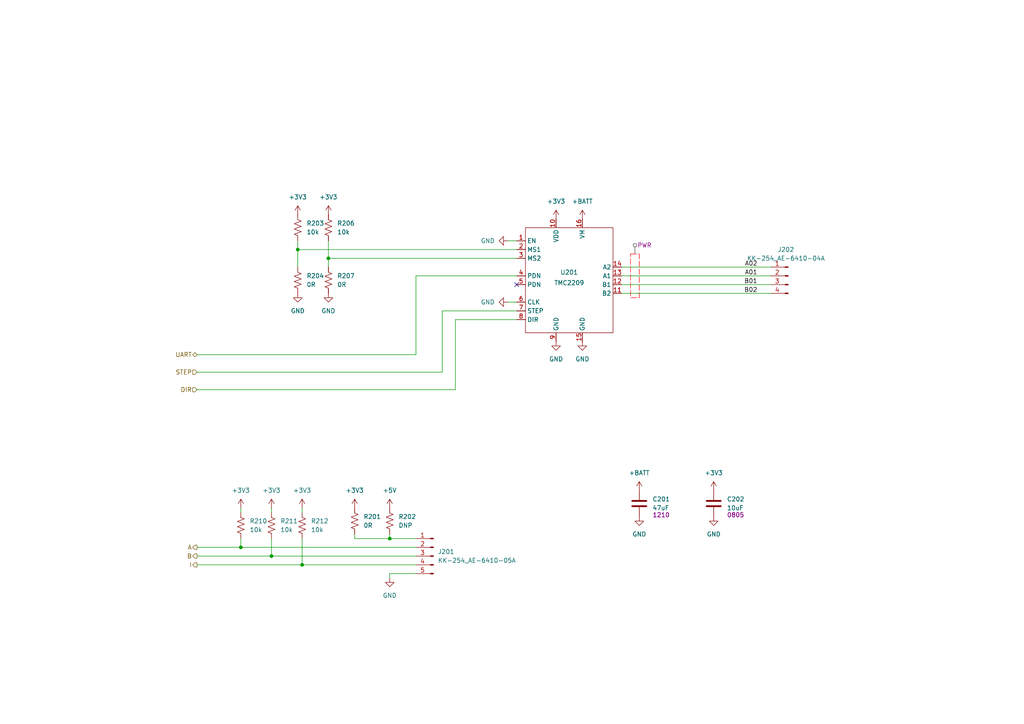
<source format=kicad_sch>
(kicad_sch (version 20250114) (generator "eeschema") (generator_version "9.0")
  (paper "A4")
  (lib_symbols
    (symbol "Connector:Conn_01x04_Pin" (pin_names (offset 1.016) (hide yes))
      (property "Reference" "J" (at 0 5.08 0))
      (property "Value" "Conn_01x04_Pin" (at 0 -7.62 0))
      (symbol "Conn_01x04_Pin_1_1"
        (rectangle (start 0.8636 2.667) (end 0 2.413) (stroke (width 0.1524)) (fill (type outline)))
        (rectangle (start 0.8636 0.127) (end 0 -0.127) (stroke (width 0.1524)) (fill (type outline)))
        (rectangle (start 0.8636 -2.413) (end 0 -2.667) (stroke (width 0.1524)) (fill (type outline)))
        (rectangle (start 0.8636 -4.953) (end 0 -5.207) (stroke (width 0.1524)) (fill (type outline)))
        (polyline (pts (xy 1.27 2.54) (xy 0.8636 2.54)) (stroke (width 0.1524)))
        (polyline (pts (xy 1.27 0) (xy 0.8636 0)) (stroke (width 0.1524)))
        (polyline (pts (xy 1.27 -2.54) (xy 0.8636 -2.54)) (stroke (width 0.1524)))
        (polyline (pts (xy 1.27 -5.08) (xy 0.8636 -5.08)) (stroke (width 0.1524)))
        (pin passive line (at 5.08 2.54 180) (length 3.81) (name "Pin_1") (number "1"))
        (pin passive line (at 5.08 0 180) (length 3.81) (name "Pin_2") (number "2"))
        (pin passive line (at 5.08 -2.54 180) (length 3.81) (name "Pin_3") (number "3"))
        (pin passive line (at 5.08 -5.08 180) (length 3.81) (name "Pin_4") (number "4"))
      )
    )
    (symbol "Connector:Conn_01x05_Pin" (pin_names (offset 1.016) (hide yes))
      (property "Reference" "J" (at 0 7.62 0))
      (property "Value" "Conn_01x05_Pin" (at 0 -7.62 0))
      (symbol "Conn_01x05_Pin_1_1"
        (rectangle (start 0.8636 5.207) (end 0 4.953) (stroke (width 0.1524)) (fill (type outline)))
        (rectangle (start 0.8636 2.667) (end 0 2.413) (stroke (width 0.1524)) (fill (type outline)))
        (rectangle (start 0.8636 0.127) (end 0 -0.127) (stroke (width 0.1524)) (fill (type outline)))
        (rectangle (start 0.8636 -2.413) (end 0 -2.667) (stroke (width 0.1524)) (fill (type outline)))
        (rectangle (start 0.8636 -4.953) (end 0 -5.207) (stroke (width 0.1524)) (fill (type outline)))
        (polyline (pts (xy 1.27 5.08) (xy 0.8636 5.08)) (stroke (width 0.1524)))
        (polyline (pts (xy 1.27 2.54) (xy 0.8636 2.54)) (stroke (width 0.1524)))
        (polyline (pts (xy 1.27 0) (xy 0.8636 0)) (stroke (width 0.1524)))
        (polyline (pts (xy 1.27 -2.54) (xy 0.8636 -2.54)) (stroke (width 0.1524)))
        (polyline (pts (xy 1.27 -5.08) (xy 0.8636 -5.08)) (stroke (width 0.1524)))
        (pin passive line (at 5.08 5.08 180) (length 3.81) (name "Pin_1") (number "1"))
        (pin passive line (at 5.08 2.54 180) (length 3.81) (name "Pin_2") (number "2"))
        (pin passive line (at 5.08 0 180) (length 3.81) (name "Pin_3") (number "3"))
        (pin passive line (at 5.08 -2.54 180) (length 3.81) (name "Pin_4") (number "4"))
        (pin passive line (at 5.08 -5.08 180) (length 3.81) (name "Pin_5") (number "5"))
      )
    )
    (symbol "Device:C" (pin_numbers (hide yes)) (pin_names (offset 0.254))
      (property "Reference" "C" (at 0.635 2.54 0))
      (property "Value" "C" (at 0.635 -2.54 0))
      (symbol "C_0_1"
        (polyline (pts (xy -2.032 0.762) (xy 2.032 0.762)) (stroke (width 0.508)))
        (polyline (pts (xy -2.032 -0.762) (xy 2.032 -0.762)) (stroke (width 0.508)))
      )
      (symbol "C_1_1"
        (pin passive line (at 0 3.81 270) (length 2.794) (name "~") (number "1"))
        (pin passive line (at 0 -3.81 90) (length 2.794) (name "~") (number "2"))
      )
    )
    (symbol "Device:R_US" (pin_numbers (hide yes)) (pin_names (offset 0))
      (property "Reference" "R" (at 2.54 0 90))
      (property "Value" "R_US" (at -2.54 0 90))
      (symbol "R_US_0_1"
        (polyline (pts (xy 0 2.286) (xy 0 2.54)))
        (polyline (pts (xy 0 2.286) (xy 1.016 1.905) (xy 0 1.524) (xy -1.016 1.143) (xy 0 0.762)))
        (polyline (pts (xy 0 0.762) (xy 1.016 0.381) (xy 0 0) (xy -1.016 -0.381) (xy 0 -0.762)))
        (polyline (pts (xy 0 -0.762) (xy 1.016 -1.143) (xy 0 -1.524) (xy -1.016 -1.905) (xy 0 -2.286)))
        (polyline (pts (xy 0 -2.286) (xy 0 -2.54)))
      )
      (symbol "R_US_1_1"
        (pin passive line (at 0 3.81 270) (length 1.27) (name "~") (number "1"))
        (pin passive line (at 0 -3.81 90) (length 1.27) (name "~") (number "2"))
      )
    )
    (symbol "Pokibot:TMC2209"
      (property "Reference" "U" (at -2.032 -3.302 0))
      (property "Value" "TMC2209" (at 0 -6.096 0))
      (symbol "TMC2209_0_1"
        (rectangle (start -12.7 11.43) (end 12.7 -19.05))
      )
      (symbol "TMC2209_1_1"
        (pin input line (at -15.24 7.62 0) (length 2.54) (name "EN") (number "1"))
        (pin input line (at -15.24 5.08 0) (length 2.54) (name "MS1") (number "2"))
        (pin input line (at -15.24 2.54 0) (length 2.54) (name "MS2") (number "3"))
        (pin input line (at -15.24 -2.54 0) (length 2.54) (name "PDN") (number "4"))
        (pin input line (at -15.24 -5.08 0) (length 2.54) (name "PDN") (number "5"))
        (pin input line (at -15.24 -10.16 0) (length 2.54) (name "CLK") (number "6"))
        (pin input line (at -15.24 -12.7 0) (length 2.54) (name "STEP") (number "7"))
        (pin input line (at -15.24 -15.24 0) (length 2.54) (name "DIR") (number "8"))
        (pin input line (at -3.81 13.97 270) (length 2.54) (name "VDD") (number "10"))
        (pin input line (at -3.81 -21.59 90) (length 2.54) (name "GND") (number "9"))
        (pin input line (at 3.81 13.97 270) (length 2.54) (name "VM") (number "16"))
        (pin input line (at 3.81 -21.59 90) (length 2.54) (name "GND") (number "15"))
        (pin input line (at 15.24 0 180) (length 2.54) (name "A2") (number "14"))
        (pin input line (at 15.24 -2.54 180) (length 2.54) (name "A1") (number "13"))
        (pin input line (at 15.24 -5.08 180) (length 2.54) (name "B1") (number "12"))
        (pin input line (at 15.24 -7.62 180) (length 2.54) (name "B2") (number "11"))
      )
    )
    (symbol "power:+3V3" (power) (pin_numbers (hide yes)) (pin_names (offset 0) (hide yes))
      (property "Value" "+3V3" (at 0 3.556 0))
      (symbol "+3V3_0_1"
        (polyline (pts (xy -0.762 1.27) (xy 0 2.54)))
        (polyline (pts (xy 0 2.54) (xy 0.762 1.27)))
        (polyline (pts (xy 0 0) (xy 0 2.54)))
      )
      (symbol "+3V3_1_1"
        (pin power_in line (at 0 0 90) (length 0) (name "~") (number "1"))
      )
    )
    (symbol "power:+5V" (power) (pin_numbers (hide yes)) (pin_names (offset 0) (hide yes))
      (property "Value" "+5V" (at 0 3.556 0))
      (symbol "+5V_0_1"
        (polyline (pts (xy -0.762 1.27) (xy 0 2.54)))
        (polyline (pts (xy 0 2.54) (xy 0.762 1.27)))
        (polyline (pts (xy 0 0) (xy 0 2.54)))
      )
      (symbol "+5V_1_1"
        (pin power_in line (at 0 0 90) (length 0) (name "~") (number "1"))
      )
    )
    (symbol "power:+BATT" (power) (pin_numbers (hide yes)) (pin_names (offset 0) (hide yes))
      (property "Value" "+BATT" (at 0 3.556 0))
      (symbol "+BATT_0_1"
        (polyline (pts (xy -0.762 1.27) (xy 0 2.54)))
        (polyline (pts (xy 0 2.54) (xy 0.762 1.27)))
        (polyline (pts (xy 0 0) (xy 0 2.54)))
      )
      (symbol "+BATT_1_1"
        (pin power_in line (at 0 0 90) (length 0) (name "~") (number "1"))
      )
    )
    (symbol "power:GND" (power) (pin_numbers (hide yes)) (pin_names (offset 0) (hide yes))
      (property "Value" "GND" (at 0 -3.81 0))
      (symbol "GND_0_1"
        (polyline (pts (xy 0 0) (xy 0 -1.27) (xy 1.27 -1.27) (xy 0 -2.54) (xy -1.27 -1.27) (xy 0 -1.27)))
      )
      (symbol "GND_1_1"
        (pin power_in line (at 0 0 270) (length 0) (name "~") (number "1"))
      )
    )
  )
  (junction (at 78.74 161.29))
  (junction (at 95.25 74.93))
  (junction (at 86.36 72.39))
  (junction (at 87.63 163.83))
  (junction (at 69.85 158.75))
  (junction (at 113.03 156.21))
  (no_connect (at 149.86 82.55))
  (wire (pts (xy 102.87 156.21) (xy 113.03 156.21)))
  (wire (pts (xy 87.63 163.83) (xy 120.65 163.83)))
  (wire (pts (xy 86.36 72.39) (xy 149.86 72.39)))
  (wire (pts (xy 57.15 102.87) (xy 120.65 102.87)))
  (wire (pts (xy 120.65 156.21) (xy 113.03 156.21)))
  (wire (pts (xy 69.85 156.21) (xy 69.85 158.75)))
  (wire (pts (xy 57.15 163.83) (xy 87.63 163.83)))
  (wire (pts (xy 57.15 161.29) (xy 78.74 161.29)))
  (wire (pts (xy 147.32 87.63) (xy 149.86 87.63)))
  (wire (pts (xy 149.86 90.17) (xy 128.27 90.17)))
  (wire (pts (xy 128.27 107.95) (xy 57.15 107.95)))
  (wire (pts (xy 87.63 147.32) (xy 87.63 148.59)))
  (wire (pts (xy 87.63 156.21) (xy 87.63 163.83)))
  (wire (pts (xy 102.87 154.94) (xy 102.87 156.21)))
  (wire (pts (xy 180.34 77.47) (xy 223.52 77.47)))
  (wire (pts (xy 95.25 74.93) (xy 95.25 77.47)))
  (wire (pts (xy 128.27 90.17) (xy 128.27 107.95)))
  (wire (pts (xy 86.36 72.39) (xy 86.36 77.47)))
  (wire (pts (xy 57.15 113.03) (xy 132.08 113.03)))
  (wire (pts (xy 113.03 166.37) (xy 113.03 167.64)))
  (wire (pts (xy 78.74 156.21) (xy 78.74 161.29)))
  (wire (pts (xy 95.25 74.93) (xy 149.86 74.93)))
  (wire (pts (xy 86.36 69.85) (xy 86.36 72.39)))
  (wire (pts (xy 69.85 158.75) (xy 120.65 158.75)))
  (wire (pts (xy 78.74 161.29) (xy 120.65 161.29)))
  (wire (pts (xy 120.65 80.01) (xy 149.86 80.01)))
  (wire (pts (xy 180.34 85.09) (xy 223.52 85.09)))
  (wire (pts (xy 120.65 102.87) (xy 120.65 80.01)))
  (wire (pts (xy 120.65 166.37) (xy 113.03 166.37)))
  (wire (pts (xy 113.03 154.94) (xy 113.03 156.21)))
  (wire (pts (xy 95.25 69.85) (xy 95.25 74.93)))
  (wire (pts (xy 180.34 82.55) (xy 223.52 82.55)))
  (wire (pts (xy 57.15 158.75) (xy 69.85 158.75)))
  (wire (pts (xy 132.08 113.03) (xy 132.08 92.71)))
  (wire (pts (xy 147.32 69.85) (xy 149.86 69.85)))
  (wire (pts (xy 78.74 147.32) (xy 78.74 148.59)))
  (wire (pts (xy 180.34 80.01) (xy 223.52 80.01)))
  (wire (pts (xy 132.08 92.71) (xy 149.86 92.71)))
  (wire (pts (xy 69.85 147.32) (xy 69.85 148.59)))
  (label "A01" (at 219.71 80.01 180))
  (label "B02" (at 219.71 85.09 180))
  (label "B01" (at 219.71 82.55 180))
  (label "A02" (at 219.71 77.47 180))
  (hierarchical_label "STEP" (shape input) (at 57.15 107.95 180))
  (hierarchical_label "B" (shape output) (at 57.15 161.29 180))
  (hierarchical_label "DIR" (shape input) (at 57.15 113.03 180))
  (hierarchical_label "I" (shape output) (at 57.15 163.83 180))
  (hierarchical_label "UART" (shape bidirectional) (at 57.15 102.87 180))
  (hierarchical_label "A" (shape output) (at 57.15 158.75 180))
  (rule_area (polyline (pts (xy 182.88 73.66) (xy 185.42 73.66) (xy 185.42 86.36) (xy 182.88 86.36)) (stroke (width 0) (type dash))))
  (netclass_flag "" (length 2.54) (shape round) (at 184.15 73.66 0) (property "Netclass" "PWR" (at 184.8485 71.12 0) (effects (justify left))))
  (symbol (lib_id "Device:R_US") (at 69.85 152.4 180) (unit 1)
    (property "Reference" "R210" (at 72.39 151.1299 0) (effects (justify right)))
    (property "Value" "10k" (at 72.39 153.6699 0) (effects (justify right)))
    (property "Footprint" "Resistor_SMD:R_0603_1608Metric_Pad0.98x0.95mm_HandSolder" (effects (hide yes)))
    (property "Description" "Resistor, US symbol" (effects (hide yes)))
    (instances (project "Carte_moteur" (path "" (reference "R210") (unit 1)) (path "" (reference "R526") (unit 1)) (path "" (reference "R523") (unit 1))))
  )
  (symbol (lib_id "Device:R_US") (at 102.87 151.13 180) (unit 1)
    (property "Reference" "R201" (at 105.41 149.8599 0) (effects (justify right)))
    (property "Value" "0R" (at 105.41 152.3999 0) (effects (justify right)))
    (property "Footprint" "Resistor_SMD:R_0603_1608Metric_Pad0.98x0.95mm_HandSolder" (effects (hide yes)))
    (property "Description" "Resistor, US symbol" (effects (hide yes)))
    (instances (project "Carte_moteur" (path "" (reference "R201") (unit 1)) (path "" (reference "R401") (unit 1)) (path "" (reference "R301") (unit 1))))
  )
  (symbol (lib_id "power:GND") (at 161.29 99.06 0) (unit 1)
    (property "Reference" "#PWR0212" (effects (hide yes)))
    (property "Value" "GND" (at 161.29 104.14 0))
    (property "Description" "Power symbol creates a global label with name \"GND\" , ground" (effects (hide yes)))
    (instances (project "Carte_moteur" (path "" (reference "#PWR0212") (unit 1)) (path "" (reference "#PWR0412") (unit 1)) (path "" (reference "#PWR0312") (unit 1))))
  )
  (symbol (lib_id "Device:R_US") (at 95.25 66.04 0) (unit 1)
    (property "Reference" "R206" (at 97.79 64.7699 0) (effects (justify left)))
    (property "Value" "10k" (at 97.79 67.3099 0) (effects (justify left)))
    (property "Footprint" "Resistor_SMD:R_0805_2012Metric_Pad1.20x1.40mm_HandSolder" (effects (hide yes)))
    (property "Description" "Resistor, US symbol" (effects (hide yes)))
    (instances (project "Carte_moteur" (path "" (reference "R206") (unit 1)) (path "" (reference "R406") (unit 1)) (path "" (reference "R306") (unit 1))))
  )
  (symbol (lib_id "power:GND") (at 86.36 85.09 0) (unit 1)
    (property "Reference" "#PWR0206" (effects (hide yes)))
    (property "Value" "GND" (at 86.36 90.17 0))
    (property "Description" "Power symbol creates a global label with name \"GND\" , ground" (effects (hide yes)))
    (instances (project "Carte_moteur" (path "" (reference "#PWR0206") (unit 1)) (path "" (reference "#PWR0406") (unit 1)) (path "" (reference "#PWR0306") (unit 1))))
  )
  (symbol (lib_id "power:GND") (at 185.42 149.86 0) (unit 1)
    (property "Reference" "#PWR0216" (effects (hide yes)))
    (property "Value" "GND" (at 185.42 154.94 0))
    (property "Description" "Power symbol creates a global label with name \"GND\" , ground" (effects (hide yes)))
    (instances (project "Carte_moteur" (path "" (reference "#PWR0216") (unit 1)) (path "" (reference "#PWR0416") (unit 1)) (path "" (reference "#PWR0316") (unit 1))))
  )
  (symbol (lib_id "Device:C") (at 207.01 146.05 0) (unit 1)
    (property "Reference" "C202" (at 210.82 144.7799 0) (effects (justify left)))
    (property "Value" "10uF" (at 210.82 147.3199 0) (effects (justify left)))
    (property "Footprint" "Capacitor_SMD:C_0805_2012Metric_Pad1.18x1.45mm_HandSolder" (effects (hide yes)))
    (property "Description" "Unpolarized capacitor" (effects (hide yes)))
    (property "Size" "0805" (at 213.36 149.352 0))
    (instances (project "Carte_moteur" (path "" (reference "C202") (unit 1)) (path "" (reference "C402") (unit 1)) (path "" (reference "C302") (unit 1))))
  )
  (symbol (lib_id "power:+3V3") (at 207.01 142.24 0) (unit 1)
    (property "Reference" "#PWR0217" (effects (hide yes)))
    (property "Value" "+3V3" (at 207.01 137.16 0))
    (property "Description" "Power symbol creates a global label with name \"+3V3\"" (effects (hide yes)))
    (instances (project "Carte_moteur" (path "" (reference "#PWR0217") (unit 1)) (path "" (reference "#PWR0417") (unit 1)) (path "" (reference "#PWR0317") (unit 1))))
  )
  (symbol (lib_id "Connector:Conn_01x05_Pin") (at 125.73 161.29 0) (mirror y) (unit 1)
    (property "Reference" "J201" (at 127 160.0199 0) (effects (justify right)))
    (property "Value" "KK-254_AE-6410-05A" (at 127 162.5599 0) (effects (justify right)))
    (property "Footprint" "Connector_Molex:Molex_KK-254_AE-6410-05A_1x05_P2.54mm_Vertical" (effects (hide yes)))
    (property "Description" "Generic connector, single row, 01x05, script generated" (effects (hide yes)))
    (instances (project "Carte_moteur" (path "" (reference "J201") (unit 1)) (path "" (reference "J401") (unit 1)) (path "" (reference "J301") (unit 1))))
  )
  (symbol (lib_id "power:+3V3") (at 87.63 147.32 0) (unit 1)
    (property "Reference" "#PWR0529" (effects (hide yes)))
    (property "Value" "+3V3" (at 87.63 142.24 0))
    (property "Description" "Power symbol creates a global label with name \"+3V3\"" (effects (hide yes)))
    (instances (project "Carte_moteur" (path "" (reference "#PWR0529") (unit 1)) (path "" (reference "#PWR0535") (unit 1)) (path "" (reference "#PWR0532") (unit 1))))
  )
  (symbol (lib_id "Device:R_US") (at 95.25 81.28 0) (unit 1)
    (property "Reference" "R207" (at 97.79 80.0099 0) (effects (justify left)))
    (property "Value" "0R" (at 97.79 82.5499 0) (effects (justify left)))
    (property "Footprint" "Resistor_SMD:R_0603_1608Metric_Pad0.98x0.95mm_HandSolder" (effects (hide yes)))
    (property "Description" "Resistor, US symbol" (effects (hide yes)))
    (instances (project "Carte_moteur" (path "" (reference "R207") (unit 1)) (path "" (reference "R407") (unit 1)) (path "" (reference "R307") (unit 1))))
  )
  (symbol (lib_id "power:+3V3") (at 78.74 147.32 0) (unit 1)
    (property "Reference" "#PWR0528" (effects (hide yes)))
    (property "Value" "+3V3" (at 78.74 142.24 0))
    (property "Description" "Power symbol creates a global label with name \"+3V3\"" (effects (hide yes)))
    (instances (project "Carte_moteur" (path "" (reference "#PWR0528") (unit 1)) (path "" (reference "#PWR0534") (unit 1)) (path "" (reference "#PWR0531") (unit 1))))
  )
  (symbol (lib_id "power:+3V3") (at 161.29 63.5 0) (unit 1)
    (property "Reference" "#PWR0211" (effects (hide yes)))
    (property "Value" "+3V3" (at 161.29 58.42 0))
    (property "Description" "Power symbol creates a global label with name \"+3V3\"" (effects (hide yes)))
    (instances (project "Carte_moteur" (path "" (reference "#PWR0211") (unit 1)) (path "" (reference "#PWR0411") (unit 1)) (path "" (reference "#PWR0311") (unit 1))))
  )
  (symbol (lib_id "power:+3V3") (at 95.25 62.23 0) (unit 1)
    (property "Reference" "#PWR0207" (effects (hide yes)))
    (property "Value" "+3V3" (at 95.25 57.15 0))
    (property "Description" "Power symbol creates a global label with name \"+3V3\"" (effects (hide yes)))
    (instances (project "Carte_moteur" (path "" (reference "#PWR0207") (unit 1)) (path "" (reference "#PWR0407") (unit 1)) (path "" (reference "#PWR0307") (unit 1))))
  )
  (symbol (lib_id "Pokibot:TMC2209") (at 165.1 77.47 0) (unit 1)
    (property "Reference" "U201" (at 165.1 78.994 0))
    (property "Value" "TMC2209" (at 165.1 82.042 0))
    (property "Footprint" "Pokibot:TMC2209" (effects (hide yes)))
    (instances (project "Carte_moteur" (path "" (reference "U201") (unit 1)) (path "" (reference "U401") (unit 1)) (path "" (reference "U301") (unit 1))))
  )
  (symbol (lib_id "power:GND") (at 95.25 85.09 0) (unit 1)
    (property "Reference" "#PWR0208" (effects (hide yes)))
    (property "Value" "GND" (at 95.25 90.17 0))
    (property "Description" "Power symbol creates a global label with name \"GND\" , ground" (effects (hide yes)))
    (instances (project "Carte_moteur" (path "" (reference "#PWR0208") (unit 1)) (path "" (reference "#PWR0408") (unit 1)) (path "" (reference "#PWR0308") (unit 1))))
  )
  (symbol (lib_id "Device:R_US") (at 113.03 151.13 180) (unit 1)
    (property "Reference" "R202" (at 115.57 149.8599 0) (effects (justify right)))
    (property "Value" "DNP" (at 115.57 152.3999 0) (effects (justify right)))
    (property "Footprint" "Resistor_SMD:R_0603_1608Metric_Pad0.98x0.95mm_HandSolder" (effects (hide yes)))
    (property "Description" "Resistor, US symbol" (effects (hide yes)))
    (instances (project "Carte_moteur" (path "" (reference "R202") (unit 1)) (path "" (reference "R402") (unit 1)) (path "" (reference "R302") (unit 1))))
  )
  (symbol (lib_id "power:GND") (at 147.32 69.85 270) (unit 1)
    (property "Reference" "#PWR0209" (effects (hide yes)))
    (property "Value" "GND" (at 143.51 69.8499 90) (effects (justify right)))
    (property "Description" "Power symbol creates a global label with name \"GND\" , ground" (effects (hide yes)))
    (instances (project "Carte_moteur" (path "" (reference "#PWR0209") (unit 1)) (path "" (reference "#PWR0409") (unit 1)) (path "" (reference "#PWR0309") (unit 1))))
  )
  (symbol (lib_id "Device:R_US") (at 86.36 81.28 0) (unit 1)
    (property "Reference" "R204" (at 88.9 80.0099 0) (effects (justify left)))
    (property "Value" "0R" (at 88.9 82.5499 0) (effects (justify left)))
    (property "Footprint" "Resistor_SMD:R_0603_1608Metric_Pad0.98x0.95mm_HandSolder" (effects (hide yes)))
    (property "Description" "Resistor, US symbol" (effects (hide yes)))
    (instances (project "Carte_moteur" (path "" (reference "R204") (unit 1)) (path "" (reference "R404") (unit 1)) (path "" (reference "R304") (unit 1))))
  )
  (symbol (lib_id "power:GND") (at 168.91 99.06 0) (unit 1)
    (property "Reference" "#PWR0214" (effects (hide yes)))
    (property "Value" "GND" (at 168.91 104.14 0))
    (property "Description" "Power symbol creates a global label with name \"GND\" , ground" (effects (hide yes)))
    (instances (project "Carte_moteur" (path "" (reference "#PWR0214") (unit 1)) (path "" (reference "#PWR0414") (unit 1)) (path "" (reference "#PWR0314") (unit 1))))
  )
  (symbol (lib_id "power:GND") (at 147.32 87.63 270) (unit 1)
    (property "Reference" "#PWR0210" (effects (hide yes)))
    (property "Value" "GND" (at 143.51 87.6299 90) (effects (justify right)))
    (property "Description" "Power symbol creates a global label with name \"GND\" , ground" (effects (hide yes)))
    (instances (project "Carte_moteur" (path "" (reference "#PWR0210") (unit 1)) (path "" (reference "#PWR0410") (unit 1)) (path "" (reference "#PWR0310") (unit 1))))
  )
  (symbol (lib_id "Device:R_US") (at 87.63 152.4 180) (unit 1)
    (property "Reference" "R212" (at 90.17 151.1299 0) (effects (justify right)))
    (property "Value" "10k" (at 90.17 153.6699 0) (effects (justify right)))
    (property "Footprint" "Resistor_SMD:R_0603_1608Metric_Pad0.98x0.95mm_HandSolder" (effects (hide yes)))
    (property "Description" "Resistor, US symbol" (effects (hide yes)))
    (instances (project "Carte_moteur" (path "" (reference "R212") (unit 1)) (path "" (reference "R528") (unit 1)) (path "" (reference "R525") (unit 1))))
  )
  (symbol (lib_id "Device:C") (at 185.42 146.05 0) (unit 1)
    (property "Reference" "C201" (at 189.23 144.7799 0) (effects (justify left)))
    (property "Value" "47uF" (at 189.23 147.3199 0) (effects (justify left)))
    (property "Footprint" "Capacitor_SMD:C_1210_3225Metric_Pad1.33x2.70mm_HandSolder" (effects (hide yes)))
    (property "Description" "Unpolarized capacitor" (effects (hide yes)))
    (property "Size" "1210" (at 191.77 149.352 0))
    (instances (project "Carte_moteur" (path "" (reference "C201") (unit 1)) (path "" (reference "C401") (unit 1)) (path "" (reference "C301") (unit 1))))
  )
  (symbol (lib_id "power:+BATT") (at 168.91 63.5 0) (unit 1)
    (property "Reference" "#PWR0213" (effects (hide yes)))
    (property "Value" "+BATT" (at 168.91 58.42 0))
    (property "Description" "Power symbol creates a global label with name \"+BATT\"" (effects (hide yes)))
    (instances (project "Carte_moteur" (path "" (reference "#PWR0213") (unit 1)) (path "" (reference "#PWR0413") (unit 1)) (path "" (reference "#PWR0313") (unit 1))))
  )
  (symbol (lib_id "power:+BATT") (at 185.42 142.24 0) (unit 1)
    (property "Reference" "#PWR0215" (effects (hide yes)))
    (property "Value" "+BATT" (at 185.42 137.16 0))
    (property "Description" "Power symbol creates a global label with name \"+BATT\"" (effects (hide yes)))
    (instances (project "Carte_moteur" (path "" (reference "#PWR0215") (unit 1)) (path "" (reference "#PWR0415") (unit 1)) (path "" (reference "#PWR0315") (unit 1))))
  )
  (symbol (lib_id "Device:R_US") (at 86.36 66.04 0) (unit 1)
    (property "Reference" "R203" (at 88.9 64.7699 0) (effects (justify left)))
    (property "Value" "10k" (at 88.9 67.3099 0) (effects (justify left)))
    (property "Footprint" "Resistor_SMD:R_0805_2012Metric_Pad1.20x1.40mm_HandSolder" (effects (hide yes)))
    (property "Description" "Resistor, US symbol" (effects (hide yes)))
    (instances (project "Carte_moteur" (path "" (reference "R203") (unit 1)) (path "" (reference "R403") (unit 1)) (path "" (reference "R303") (unit 1))))
  )
  (symbol (lib_id "Connector:Conn_01x04_Pin") (at 228.6 80.01 0) (mirror y) (unit 1)
    (property "Reference" "J202" (at 227.965 72.39 0))
    (property "Value" "KK-254_AE-6410-04A" (at 227.965 74.93 0))
    (property "Footprint" "Connector_Molex:Molex_KK-254_AE-6410-04A_1x04_P2.54mm_Vertical" (effects (hide yes)))
    (property "Description" "Generic connector, single row, 01x04, script generated" (effects (hide yes)))
    (instances (project "Carte_moteur" (path "" (reference "J202") (unit 1)) (path "" (reference "J402") (unit 1)) (path "" (reference "J302") (unit 1))))
  )
  (symbol (lib_id "power:GND") (at 207.01 149.86 0) (unit 1)
    (property "Reference" "#PWR0218" (effects (hide yes)))
    (property "Value" "GND" (at 207.01 154.94 0))
    (property "Description" "Power symbol creates a global label with name \"GND\" , ground" (effects (hide yes)))
    (instances (project "Carte_moteur" (path "" (reference "#PWR0218") (unit 1)) (path "" (reference "#PWR0418") (unit 1)) (path "" (reference "#PWR0318") (unit 1))))
  )
  (symbol (lib_id "Device:R_US") (at 78.74 152.4 180) (unit 1)
    (property "Reference" "R211" (at 81.28 151.1299 0) (effects (justify right)))
    (property "Value" "10k" (at 81.28 153.6699 0) (effects (justify right)))
    (property "Footprint" "Resistor_SMD:R_0603_1608Metric_Pad0.98x0.95mm_HandSolder" (effects (hide yes)))
    (property "Description" "Resistor, US symbol" (effects (hide yes)))
    (instances (project "Carte_moteur" (path "" (reference "R211") (unit 1)) (path "" (reference "R527") (unit 1)) (path "" (reference "R524") (unit 1))))
  )
  (symbol (lib_id "power:+3V3") (at 102.87 147.32 0) (unit 1)
    (property "Reference" "#PWR0202" (effects (hide yes)))
    (property "Value" "+3V3" (at 102.87 142.24 0))
    (property "Description" "Power symbol creates a global label with name \"+3V3\"" (effects (hide yes)))
    (instances (project "Carte_moteur" (path "" (reference "#PWR0202") (unit 1)) (path "" (reference "#PWR0402") (unit 1)) (path "" (reference "#PWR0302") (unit 1))))
  )
  (symbol (lib_id "power:GND") (at 113.03 167.64 0) (unit 1)
    (property "Reference" "#PWR0204" (effects (hide yes)))
    (property "Value" "GND" (at 113.03 172.72 0))
    (property "Description" "Power symbol creates a global label with name \"GND\" , ground" (effects (hide yes)))
    (instances (project "Carte_moteur" (path "" (reference "#PWR0204") (unit 1)) (path "" (reference "#PWR0404") (unit 1)) (path "" (reference "#PWR0304") (unit 1))))
  )
  (symbol (lib_id "power:+3V3") (at 69.85 147.32 0) (unit 1)
    (property "Reference" "#PWR0527" (effects (hide yes)))
    (property "Value" "+3V3" (at 69.85 142.24 0))
    (property "Description" "Power symbol creates a global label with name \"+3V3\"" (effects (hide yes)))
    (instances (project "Carte_moteur" (path "" (reference "#PWR0527") (unit 1)) (path "" (reference "#PWR0533") (unit 1)) (path "" (reference "#PWR0530") (unit 1))))
  )
  (symbol (lib_id "power:+3V3") (at 86.36 62.23 0) (unit 1)
    (property "Reference" "#PWR0205" (effects (hide yes)))
    (property "Value" "+3V3" (at 86.36 57.15 0))
    (property "Description" "Power symbol creates a global label with name \"+3V3\"" (effects (hide yes)))
    (instances (project "Carte_moteur" (path "" (reference "#PWR0205") (unit 1)) (path "" (reference "#PWR0405") (unit 1)) (path "" (reference "#PWR0305") (unit 1))))
  )
  (symbol (lib_id "power:+5V") (at 113.03 147.32 0) (unit 1)
    (property "Reference" "#PWR0203" (effects (hide yes)))
    (property "Value" "+5V" (at 113.03 142.24 0))
    (property "Description" "Power symbol creates a global label with name \"+5V\"" (effects (hide yes)))
    (instances (project "Carte_moteur" (path "" (reference "#PWR0203") (unit 1)) (path "" (reference "#PWR0403") (unit 1)) (path "" (reference "#PWR0303") (unit 1))))
  )
)
</source>
